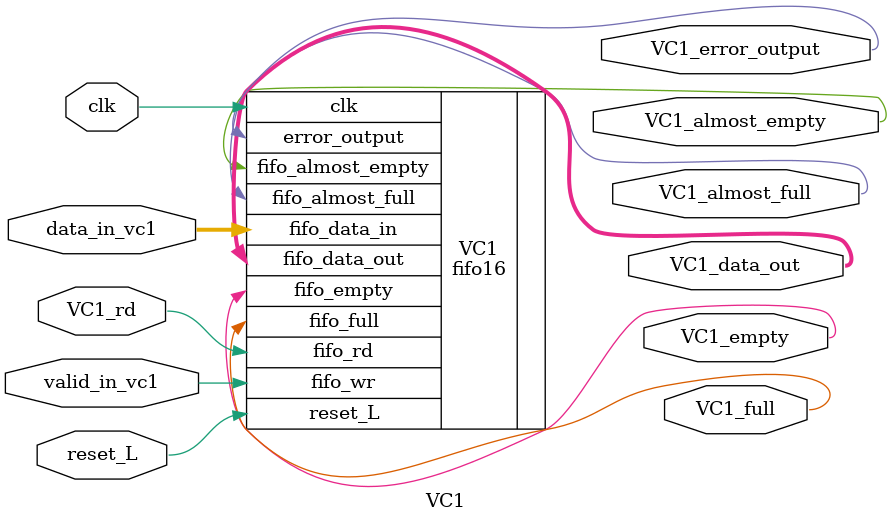
<source format=v>
module VC1 #(
parameter		BW16=6,	// Byte/data width
parameter [5:0]	LEN=16,
parameter TOL = 1)
    (
	input				clk, reset_L,
	input				valid_in_vc1,
	input	 [(BW16-1):0]	data_in_vc1,
	input				VC1_rd,
	output	[(BW16-1):0]	VC1_data_out,
	output  			VC1_error_output,
	output   				VC1_full,
	output   				VC1_empty,
	output   				VC1_almost_full,
	output   				VC1_almost_empty);

fifo16 #(.BW(BW16), .LEN(LEN), .TOL(TOL)) VC1  (
	 // Outputs
	 .fifo_data_out			(VC1_data_out[(BW16-1):0]),
	 .error_output			(VC1_error_output),
	 .fifo_full			(VC1_full),
	 .fifo_empty			(VC1_empty),
	 .fifo_almost_full		(VC1_almost_full),
	 .fifo_almost_empty		(VC1_almost_empty),
	 // Inputs
	 .clk				(clk),
	 .reset_L			(reset_L),
	 .fifo_wr			(valid_in_vc1),
	 .fifo_data_in			(data_in_vc1[(BW16-1):0]),
	 .fifo_rd			(VC1_rd)) ;

endmodule

</source>
